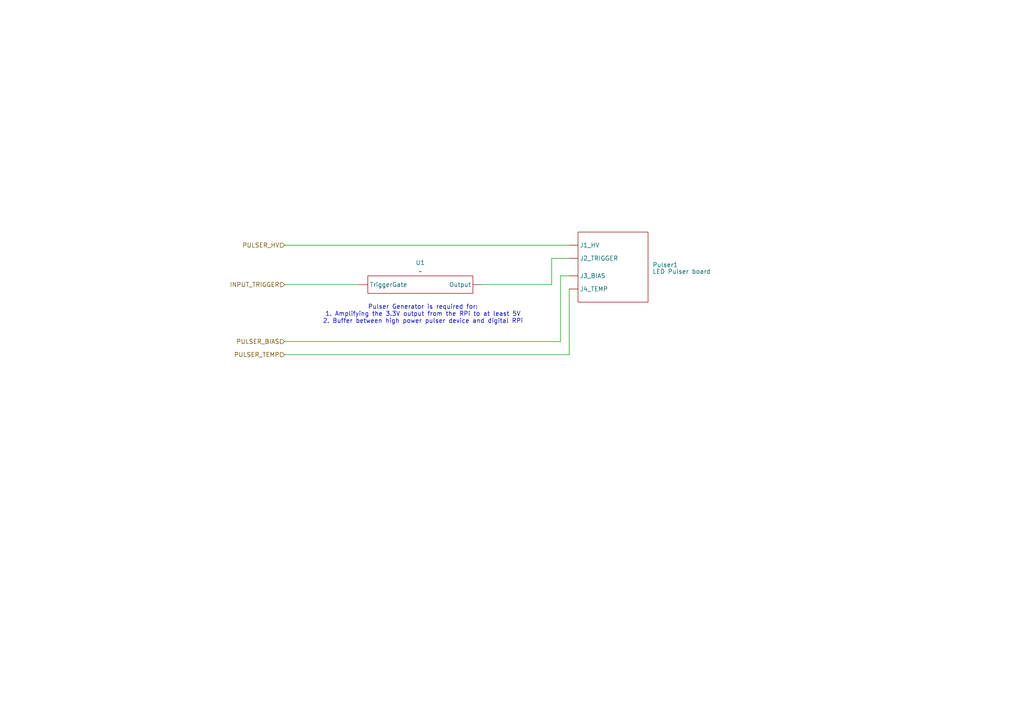
<source format=kicad_sch>
(kicad_sch (version 20231120) (generator "eeschema") (generator_version "8.0")
  (paper "A4")
  (title_block (title "Wiring_Pulser"))
  (lib_symbols
    (symbol "RPi_Block:Pulse_Generator"
      (property "Reference" "U" (at 0 0 0))
      (symbol "Pulse_Generator_0_1"
        (rectangle (start -15.24 2.54) (end 15.24 -2.54))
      )
      (symbol "Pulse_Generator_1_1"
        (pin output line (at 17.78 0 180) (length 2.54) (name "Output") (number ""))
        (pin input line (at -17.78 0 0) (length 2.54) (name "TriggerGate") (number ""))
      )
    )
    (symbol "RPi_Block:Pulser"
      (property "Reference" "Pulser" (at 0 0 0))
      (symbol "Pulser_0_1"
        (rectangle (start -10.16 10.16) (end 10.16 -10.16))
      )
      (symbol "Pulser_1_1"
        (pin input line (at -12.7 6.35 0) (length 2.54) (name "J1_HV") (number ""))
        (pin input line (at -12.7 2.54 0) (length 2.54) (name "J2_TRIGGER") (number ""))
        (pin input line (at -12.7 -2.54 0) (length 2.54) (name "J3_BIAS") (number ""))
        (pin input line (at -12.7 -6.35 0) (length 2.54) (name "J4_TEMP") (number ""))
      )
    )
  )
  (wire (pts (xy 160.02 82.55) (xy 160.02 74.93)))
  (wire (pts (xy 160.02 74.93) (xy 165.1 74.93)))
  (wire (pts (xy 104.14 82.55) (xy 82.55 82.55)))
  (wire (pts (xy 162.56 99.06) (xy 162.56 80.01)))
  (wire (pts (xy 82.55 71.12) (xy 165.1 71.12)))
  (wire (pts (xy 82.55 99.06) (xy 162.56 99.06)))
  (wire (pts (xy 82.55 102.87) (xy 165.1 102.87)))
  (wire (pts (xy 162.56 80.01) (xy 165.1 80.01)))
  (wire (pts (xy 165.1 102.87) (xy 165.1 83.82)))
  (wire (pts (xy 139.7 82.55) (xy 160.02 82.55)))
  (text "Pulser Generator is required for:\n1. Amplifying the 3.3V output from the RPi to at least 5V\n2. Buffer between high power pulser device and digital RPi" (at 122.682 91.186 0) (effects (font (size 1.27 1.27))))
  (hierarchical_label "INPUT_TRIGGER" (shape input) (at 82.55 82.55 180))
  (hierarchical_label "PULSER_BIAS" (shape input) (at 82.55 99.06 180))
  (hierarchical_label "PULSER_HV" (shape input) (at 82.55 71.12 180))
  (hierarchical_label "PULSER_TEMP" (shape input) (at 82.55 102.87 180))
  (symbol (lib_id "RPi_Block:Pulse_Generator") (at 121.92 82.55 0) (unit 1)
    (property "Reference" "U1" (at 121.92 76.2 0))
    (property "Value" "~" (at 121.92 78.74 0))
  )
  (symbol (lib_id "RPi_Block:Pulser") (at 177.8 77.47 0) (unit 1)
    (property "Reference" "Pulser1" (at 189.23 76.8349 0) (effects (justify left)))
    (property "Value" "LED Pulser board" (at 189.23 78.74 0) (effects (justify left)))
  )
)
</source>
